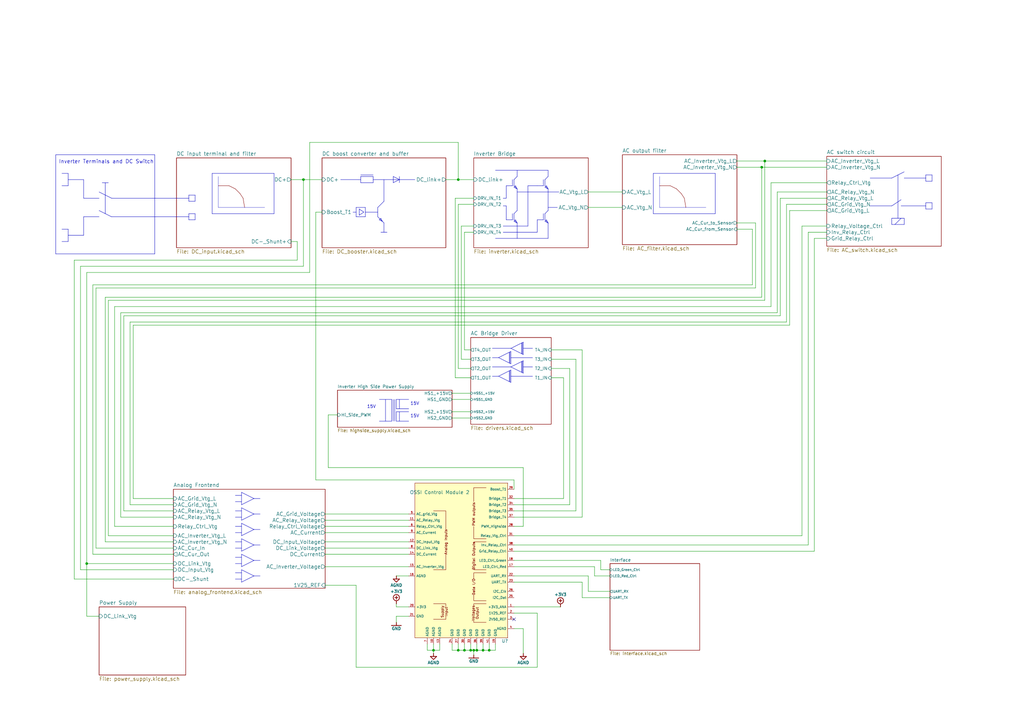
<source format=kicad_sch>
(kicad_sch (version 20230121) (generator eeschema)
  (paper "A3")
  (title_block (title "OSSI main circuit") (date "2016-03-04") (rev "0.1") (company "Open Source Solar Inverter Project"))
  (lib_symbols
    (symbol "OSSI_CM2:OSSI-CM2"
      (property "Reference" "U" (at 16.51 -33.02 0))
      (property "Value" "OSSI Control Module 2" (at -8.89 27.94 0))
      (symbol "OSSI-CM2_1_0"
        (pin power_out line (at -11.43 -34.29 90) (length 2.54) (name "AGND") (number "10"))
        (pin input line (at -21.59 16.51 0) (length 2.54) (name "AC_Relay_Vtg") (number "11"))
        (pin input line (at -21.59 7.62 0) (length 2.54) (name "DC_Input_Vtg") (number "12"))
        (pin power_out line (at -8.89 -34.29 90) (length 2.54) (name "AGND") (number "13"))
        (pin input line (at -21.59 2.54 0) (length 2.54) (name "DC_Current") (number "14"))
        (pin input line (at -21.59 -2.54 0) (length 2.54) (name "AC_Inverter_Vtg") (number "15"))
        (pin power_out line (at -21.59 -6.35 0) (length 2.54) (name "AGND") (number "16"))
        (pin output line (at 21.59 -2.54 180) (length 2.54) (name "LED_Ctrl_Red") (number "17"))
        (pin output line (at 21.59 0 180) (length 2.54) (name "LED_Ctrl_Green") (number "18"))
        (pin power_in line (at 13.97 -34.29 90) (length 2.54) (name "GND") (number "19"))
        (pin power_out line (at 21.59 -21.59 180) (length 2.54) (name "1V25_REF") (number "2"))
        (pin power_in line (at -21.59 -19.05 0) (length 2.54) (name "+3V3") (number "20"))
        (pin power_in line (at -21.59 -22.86 0) (length 2.54) (name "GND") (number "21"))
        (pin input line (at 21.59 -6.35 180) (length 2.54) (name "UART_RX") (number "22"))
        (pin output line (at 21.59 -8.89 180) (length 2.54) (name "UART_TX") (number "23"))
        (pin power_in line (at -3.81 -34.29 90) (length 2.54) (name "GND") (number "24"))
        (pin bidirectional line (at 21.59 -15.24 180) (length 2.54) (name "I2C_Dat") (number "25"))
        (pin output line (at 21.59 -12.7 180) (length 2.54) (name "I2C_Clk") (number "26"))
        (pin power_in line (at -1.27 -34.29 90) (length 2.54) (name "GND") (number "27"))
        (pin output line (at 21.59 13.97 180) (length 2.54) (name "PWM_Highside") (number "28"))
        (pin output line (at 21.59 29.21 180) (length 2.54) (name "Boost_T1") (number "29"))
        (pin power_out line (at 21.59 -24.13 180) (length 2.54) (name "2V50_REF") (number "3"))
        (pin power_in line (at 1.27 -34.29 90) (length 2.54) (name "GND") (number "30"))
        (pin output line (at 21.59 10.16 180) (length 2.54) (name "Relay_Vtg_Ctrl") (number "31"))
        (pin output line (at 21.59 25.4 180) (length 2.54) (name "Bridge_T1") (number "32"))
        (pin power_in line (at 3.81 -34.29 90) (length 2.54) (name "GND") (number "33"))
        (pin output line (at 21.59 22.86 180) (length 2.54) (name "Bridge_T2") (number "34"))
        (pin output line (at 21.59 20.32 180) (length 2.54) (name "Bridge_T3") (number "35"))
        (pin power_in line (at 6.35 -34.29 90) (length 2.54) (name "GND") (number "36"))
        (pin output line (at 21.59 17.78 180) (length 2.54) (name "Bridge_T4") (number "37"))
        (pin output line (at 21.59 6.35 180) (length 2.54) (name "Inv_Relay_Ctrl") (number "38"))
        (pin power_in line (at 8.89 -34.29 90) (length 2.54) (name "GND") (number "39"))
        (pin power_out line (at 21.59 -27.94 180) (length 2.54) (name "AGND") (number "4"))
        (pin output line (at 21.59 3.81 180) (length 2.54) (name "Grid_Relay_Ctrl") (number "40"))
        (pin power_out line (at 11.43 -34.29 90) (length 2.54) (name "GND") (number "41"))
        (pin input line (at -21.59 19.05 0) (length 2.54) (name "AC_grid_Vtg") (number "5"))
        (pin input line (at -21.59 13.97 0) (length 2.54) (name "Relay_Ctrl_Vtg") (number "6"))
        (pin power_out line (at -13.97 -34.29 90) (length 2.54) (name "AGND") (number "7"))
        (pin input line (at -21.59 5.08 0) (length 2.54) (name "DC_Link_Vtg") (number "8"))
        (pin input line (at -21.59 11.43 0) (length 2.54) (name "AC_Current") (number "9"))
      )
      (symbol "OSSI-CM2_1_1"
        (rectangle (start -19.05 31.75) (end 19.05 -31.75) (fill (type background)))
        (polyline (pts (xy -11.43 20.32) (xy -6.35 20.32) (xy -6.35 12.7)))
        (polyline (pts (xy -6.35 -22.86) (xy -6.35 -24.13) (xy -11.43 -24.13)))
        (polyline (pts (xy -6.35 -19.05) (xy -6.35 -17.78) (xy -11.43 -17.78)))
        (polyline (pts (xy -6.35 2.54) (xy -6.35 -3.81) (xy -11.43 -3.81)))
        (polyline (pts (xy 10.16 -25.4) (xy 5.08 -25.4) (xy 5.08 -24.765)))
        (polyline (pts (xy 10.16 -17.78) (xy 5.08 -17.78) (xy 5.08 -18.415)))
        (polyline (pts (xy 10.16 -16.51) (xy 5.08 -16.51) (xy 5.08 -13.97)))
        (polyline (pts (xy 10.16 -5.08) (xy 5.08 -5.08) (xy 5.08 -7.62)))
        (polyline (pts (xy 10.16 -3.81) (xy 5.08 -3.81) (xy 5.08 -3.175)))
        (polyline (pts (xy 10.16 7.62) (xy 5.08 7.62) (xy 5.08 6.985)))
        (polyline (pts (xy 10.16 8.89) (xy 5.08 8.89) (xy 5.08 13.97)))
        (polyline (pts (xy 10.16 29.845) (xy 5.08 29.845) (xy 5.08 24.13)))
        (text "Analog Inputs" (at -6.35 7.62 900) (effects (font (size 1 1))))
        (text "Data I/O" (at 5.08 -10.795 900) (effects (font (size 1 1))))
        (text "Digital Outputs" (at 5.08 1.905 900) (effects (font (size 1 1))))
        (text "PWM outputs" (at 5.08 19.05 900) (effects (font (size 1 1))))
        (text "Supply\nInput" (at -6.985 -20.955 900) (effects (font (size 1 1))))
        (text "Voltages\nOutput" (at 5.715 -21.59 900) (effects (font (size 1 1))))
        (pin power_out line (at 21.59 -19.05 180) (length 2.54) (name "+3V3_ANA") (number "1"))
      )
    )
    (symbol "OSSI_standard_components:+3V3" (power) (pin_names (offset 0))
      (property "Value" "+3V3" (at 0 5.08 0))
      (symbol "+3V3_1_0"
        (polyline (pts (xy -0.635 2.54) (xy 0.635 2.54)) (stroke (width 0.3048)))
        (polyline (pts (xy 0 1.27) (xy 0 0)) (stroke (width 0.3048)))
        (polyline (pts (xy 0 3.175) (xy 0 1.905)) (stroke (width 0.3048)))
        (circle (center 0 2.54) (radius 1.27) (stroke (width 0.3048)))
        (pin power_in line (at 0 0 90) (length 0) hide (name "+3V3") (number "1"))
      )
    )
    (symbol "OSSI_standard_components:+3V3_ANA" (power) (pin_names (offset 0))
      (property "Value" "+3V3_ANA" (at 0 5.08 0))
      (symbol "+3V3_ANA_1_0"
        (polyline (pts (xy -0.635 2.54) (xy 0.635 2.54)) (stroke (width 0.3048)))
        (polyline (pts (xy 0 1.27) (xy 0 0)) (stroke (width 0.3048)))
        (polyline (pts (xy 0 3.175) (xy 0 1.905)) (stroke (width 0.3048)))
        (circle (center 0 2.54) (radius 1.27) (stroke (width 0.3048)))
        (pin power_in line (at 0 0 90) (length 0) hide (name "+3V3") (number "1"))
      )
    )
    (symbol "OSSI_standard_components:AGND" (power) (pin_names (offset 0))
      (property "Value" "AGND" (at 0 -3.81 0))
      (symbol "AGND_0_0"
        (polyline (pts (xy -1.27 -1.27) (xy 1.27 -1.27)) (stroke (width 0.3048)))
        (polyline (pts (xy 0 -1.27) (xy 0 0)) (stroke (width 0.3048)))
        (polyline (pts (xy 1.27 -1.27) (xy 0 -2.54) (xy -1.27 -1.27)) (stroke (width 0.3048)))
        (pin power_in line (at 0 0 270) (length 0) hide (name "AGND") (number "1"))
      )
    )
    (symbol "OSSI_standard_components:GND" (power) (pin_names (offset 0))
      (property "Value" "GND" (at 0 -2.54 0))
      (symbol "GND_0_0"
        (polyline (pts (xy -2.032 -1.27) (xy 2.032 -1.27)) (stroke (width 0.3048)))
        (polyline (pts (xy 0 -1.27) (xy 0 0)) (stroke (width 0.3048)))
        (pin power_in line (at 0 0 270) (length 0) hide (name "GND") (number "1"))
      )
    )
  )
  (junction (at 187.96 266.7))
  (junction (at 187.96 73.66))
  (junction (at 124.46 73.66))
  (junction (at 195.58 266.7))
  (junction (at 190.5 266.7))
  (junction (at 177.8 266.7))
  (junction (at 200.66 266.7))
  (junction (at 194.31 266.7))
  (junction (at 35.56 231.14))
  (junction (at 312.42 68.58))
  (junction (at 198.12 266.7))
  (junction (at 313.69 66.04))
  (junction (at 193.04 266.7))
  (no_connect (at 210.82 254))
  (polyline (pts (xy 204.47 146.685) (xy 209.55 149.225)) (stroke (width 0) (type solid)))
  (polyline (pts (xy 204.47 154.305) (xy 201.93 154.305)) (stroke (width 0) (type solid)))
  (polyline (pts (xy 93.98 76.2) (xy 96.52 77.47)) (stroke (width 0) (color 132 0 0 1)))
  (wire (pts (xy 220.345 251.46) (xy 210.82 251.46)))
  (wire (pts (xy 127 58.42) (xy 127 111.76)))
  (wire (pts (xy 50.8 209.55) (xy 71.12 209.55)))
  (polyline (pts (xy 99.695 81.28) (xy 100.33 85.09)) (stroke (width 0) (color 132 0 0 1)))
  (polyline (pts (xy 163.83 72.39) (xy 163.83 74.93)) (stroke (width 0) (type solid)))
  (polyline (pts (xy 40.64 78.74) (xy 45.72 81.28)))
  (polyline (pts (xy 223.52 90.17) (xy 224.79 91.44)) (stroke (width 0) (type solid)))
  (polyline (pts (xy 206.375 95.25) (xy 220.345 95.25)))
  (polyline (pts (xy 40.64 86.36) (xy 45.72 88.9)))
  (polyline (pts (xy 209.55 151.765) (xy 204.47 154.305)) (stroke (width 0) (type solid)))
  (wire (pts (xy 33.02 233.68) (xy 33.02 109.22)))
  (polyline (pts (xy 267.97 87.63) (xy 267.97 71.12)) (stroke (width 0) (type solid)))
  (polyline (pts (xy 112.395 71.12) (xy 112.395 87.63)) (stroke (width 0) (type solid)))
  (polyline (pts (xy 370.84 73.025) (xy 379.73 73.025)))
  (polyline (pts (xy 96.52 77.47) (xy 98.425 79.375)) (stroke (width 0) (color 132 0 0 1)))
  (polyline (pts (xy 280.67 81.28) (xy 281.305 85.09)) (stroke (width 0) (color 132 0 0 1)))
  (polyline (pts (xy 104.14 223.52) (xy 106.68 223.52)) (stroke (width 0) (type solid)))
  (polyline (pts (xy 98.425 79.375) (xy 99.695 81.28)) (stroke (width 0) (color 132 0 0 1)))
  (wire (pts (xy 238.76 245.11) (xy 250.19 245.11)))
  (wire (pts (xy 49.53 212.09) (xy 71.12 212.09)))
  (wire (pts (xy 35.56 111.76) (xy 35.56 231.14)))
  (polyline (pts (xy 160.655 163.83) (xy 160.655 172.72)) (stroke (width 0) (type solid)))
  (polyline (pts (xy 222.885 90.17) (xy 220.345 90.17)) (stroke (width 0) (type solid)))
  (wire (pts (xy 162.56 247.65) (xy 162.56 248.92)))
  (polyline (pts (xy 356.87 84.455) (xy 365.76 84.455)))
  (polyline (pts (xy 209.169 152.019) (xy 209.169 156.591)) (stroke (width 0) (type solid)))
  (polyline (pts (xy 27.94 99.06) (xy 25.4 99.06)))
  (wire (pts (xy 236.22 209.55) (xy 236.22 147.32)))
  (wire (pts (xy 320.04 81.28) (xy 320.04 129.54)))
  (wire (pts (xy 38.1 227.33) (xy 71.12 227.33)))
  (wire (pts (xy 133.35 232.41) (xy 167.64 232.41)))
  (polyline (pts (xy 34.29 88.9) (xy 40.64 88.9)))
  (polyline (pts (xy 379.73 74.295) (xy 382.27 74.295)))
  (wire (pts (xy 190.5 143.51) (xy 193.04 143.51)))
  (polyline (pts (xy 45.72 88.9) (xy 77.47 88.9)))
  (wire (pts (xy 44.45 123.19) (xy 313.69 123.19)))
  (wire (pts (xy 187.96 73.66) (xy 194.31 73.66)))
  (wire (pts (xy 320.04 129.54) (xy 50.8 129.54)))
  (polyline (pts (xy 162.56 163.83) (xy 167.64 163.83)) (stroke (width 0) (type solid)))
  (polyline (pts (xy 210.82 90.805) (xy 211.455 90.17)) (stroke (width 0) (type solid)))
  (polyline (pts (xy 99.06 203.2) (xy 96.52 203.2)) (stroke (width 0) (type solid)))
  (wire (pts (xy 255.27 85.09) (xy 241.3 85.09)))
  (wire (pts (xy 210.82 226.06) (xy 334.01 226.06)))
  (polyline (pts (xy 99.06 228.6) (xy 96.52 228.6)) (stroke (width 0) (type solid)))
  (polyline (pts (xy 212.09 72.39) (xy 212.09 69.85)) (stroke (width 0) (type solid)))
  (polyline (pts (xy 214.249 140.589) (xy 214.249 145.161)) (stroke (width 0) (type solid)))
  (wire (pts (xy 302.26 91.44) (xy 309.88 91.44)))
  (polyline (pts (xy 99.06 207.01) (xy 99.06 201.93)) (stroke (width 0) (type solid)))
  (polyline (pts (xy 223.52 73.66) (xy 223.52 76.2)) (stroke (width 0) (type solid)))
  (wire (pts (xy 134.62 191.77) (xy 214.63 191.77)))
  (wire (pts (xy 210.82 219.71) (xy 328.93 219.71)))
  (polyline (pts (xy 368.3 71.755) (xy 368.3 89.535)))
  (wire (pts (xy 308.61 116.84) (xy 38.1 116.84)))
  (polyline (pts (xy 209.55 144.145) (xy 204.47 146.685)) (stroke (width 0) (type solid)))
  (wire (pts (xy 187.96 58.42) (xy 127 58.42)))
  (wire (pts (xy 193.04 264.16) (xy 193.04 266.7)))
  (polyline (pts (xy 99.06 224.79) (xy 96.52 224.79)) (stroke (width 0) (type solid)))
  (polyline (pts (xy 382.27 71.755) (xy 379.73 71.755)))
  (wire (pts (xy 236.22 147.32) (xy 226.06 147.32)))
  (polyline (pts (xy 104.14 223.52) (xy 99.06 226.06)) (stroke (width 0) (type solid)))
  (wire (pts (xy 241.3 236.22) (xy 210.82 236.22)))
  (polyline (pts (xy 43.18 87.63) (xy 43.18 74.93)))
  (wire (pts (xy 322.58 83.82) (xy 322.58 132.08)))
  (polyline (pts (xy 157.48 82.55) (xy 154.94 85.09)) (stroke (width 0) (type solid)))
  (wire (pts (xy 203.2 266.7) (xy 203.2 264.16)))
  (polyline (pts (xy 112.395 87.63) (xy 86.995 87.63)) (stroke (width 0) (type solid)))
  (polyline (pts (xy 277.495 77.47) (xy 279.4 79.375)) (stroke (width 0) (color 132 0 0 1)))
  (polyline (pts (xy 27.94 73.66) (xy 34.29 73.66)))
  (wire (pts (xy 210.82 232.41) (xy 243.84 232.41)))
  (wire (pts (xy 54.61 204.47) (xy 71.12 204.47)))
  (polyline (pts (xy 99.06 220.98) (xy 104.14 223.52)) (stroke (width 0) (type solid)))
  (polyline (pts (xy 155.575 90.17) (xy 156.21 89.535)) (stroke (width 0) (type solid)))
  (polyline (pts (xy 212.09 91.44) (xy 212.09 97.79)) (stroke (width 0) (type solid)))
  (polyline (pts (xy 224.79 91.44) (xy 224.79 97.79)) (stroke (width 0) (type solid)))
  (wire (pts (xy 30.48 106.68) (xy 121.92 106.68)))
  (wire (pts (xy 198.12 264.16) (xy 198.12 266.7)))
  (polyline (pts (xy 104.14 229.87) (xy 106.68 229.87)) (stroke (width 0) (type solid)))
  (wire (pts (xy 43.18 121.92) (xy 43.18 222.25)))
  (wire (pts (xy 129.54 196.85) (xy 210.82 196.85)))
  (wire (pts (xy 302.26 66.04) (xy 313.69 66.04)))
  (wire (pts (xy 302.26 68.58) (xy 312.42 68.58)))
  (polyline (pts (xy 212.09 77.47) (xy 210.82 76.835)) (stroke (width 0) (type solid)))
  (wire (pts (xy 210.82 248.92) (xy 229.87 248.92)))
  (polyline (pts (xy 104.14 217.17) (xy 106.68 217.17)) (stroke (width 0) (type solid)))
  (polyline (pts (xy 212.09 78.74) (xy 229.235 78.74)) (stroke (width 0) (type solid)))
  (wire (pts (xy 200.66 264.16) (xy 200.66 266.7)))
  (wire (pts (xy 190.5 95.25) (xy 194.31 95.25)))
  (polyline (pts (xy 356.87 73.025) (xy 365.76 73.025)))
  (wire (pts (xy 54.61 133.35) (xy 54.61 204.47)))
  (wire (pts (xy 180.34 266.7) (xy 180.34 264.16)))
  (wire (pts (xy 119.38 73.66) (xy 124.46 73.66)))
  (polyline (pts (xy 86.995 87.63) (xy 86.995 71.12)) (stroke (width 0) (type solid)))
  (wire (pts (xy 162.56 252.73) (xy 162.56 255.27)))
  (polyline (pts (xy 99.06 213.36) (xy 99.06 208.28)) (stroke (width 0) (type solid)))
  (polyline (pts (xy 99.06 227.33) (xy 104.14 229.87)) (stroke (width 0) (type solid)))
  (polyline (pts (xy 153.035 72.39) (xy 153.035 74.93)) (stroke (width 0) (type solid)))
  (wire (pts (xy 53.34 132.08) (xy 53.34 207.01)))
  (polyline (pts (xy 77.47 80.01) (xy 80.01 80.01)) (stroke (width 0) (type solid)))
  (polyline (pts (xy 223.52 90.805) (xy 224.155 90.17)) (stroke (width 0) (type solid)))
  (polyline (pts (xy 365.76 84.455) (xy 369.57 81.915)))
  (wire (pts (xy 121.92 106.68) (xy 121.92 99.06)))
  (polyline (pts (xy 163.83 172.72) (xy 163.83 168.91)) (stroke (width 0) (type solid)))
  (polyline (pts (xy 99.06 222.25) (xy 96.52 222.25)) (stroke (width 0) (type solid)))
  (wire (pts (xy 220.345 273.685) (xy 146.05 273.685)))
  (polyline (pts (xy 210.82 73.66) (xy 212.09 72.39)) (stroke (width 0) (type solid)))
  (polyline (pts (xy 212.09 91.44) (xy 210.82 90.805)) (stroke (width 0) (type solid)))
  (polyline (pts (xy 45.72 81.28) (xy 77.47 81.28)))
  (wire (pts (xy 214.63 215.9) (xy 214.63 191.77)))
  (wire (pts (xy 200.66 266.7) (xy 203.2 266.7)))
  (polyline (pts (xy 80.01 80.01) (xy 80.01 82.55)) (stroke (width 0) (type solid)))
  (wire (pts (xy 43.18 222.25) (xy 71.12 222.25)))
  (wire (pts (xy 331.47 95.25) (xy 331.47 223.52)))
  (polyline (pts (xy 216.535 76.2) (xy 220.345 76.2)))
  (polyline (pts (xy 211.455 76.2) (xy 212.09 77.47)) (stroke (width 0) (type solid)))
  (polyline (pts (xy 210.82 76.2) (xy 212.09 77.47)) (stroke (width 0) (type solid)))
  (polyline (pts (xy 216.535 92.71) (xy 216.535 76.2)))
  (polyline (pts (xy 161.29 74.93) (xy 163.83 73.66)) (stroke (width 0) (type solid)))
  (polyline (pts (xy 223.52 76.2) (xy 224.79 77.47)) (stroke (width 0) (type solid)))
  (polyline (pts (xy 104.14 236.22) (xy 106.68 236.22)) (stroke (width 0) (type solid)))
  (wire (pts (xy 167.64 252.73) (xy 162.56 252.73)))
  (wire (pts (xy 35.56 231.14) (xy 71.12 231.14)))
  (polyline (pts (xy 77.47 90.17) (xy 80.01 90.17)) (stroke (width 0) (type solid)))
  (polyline (pts (xy 379.73 83.185) (xy 379.73 85.725)))
  (polyline (pts (xy 89.535 85.09) (xy 108.585 85.09)) (stroke (width 0.1016) (type solid)))
  (polyline (pts (xy 223.52 73.66) (xy 224.79 72.39)) (stroke (width 0) (type solid)))
  (wire (pts (xy 46.99 215.9) (xy 71.12 215.9)))
  (wire (pts (xy 35.56 231.14) (xy 35.56 252.73)))
  (polyline (pts (xy 210.185 90.17) (xy 207.645 90.17)) (stroke (width 0) (type solid)))
  (polyline (pts (xy 270.51 72.39) (xy 270.51 85.09)) (stroke (width 0.1016) (type solid)))
  (polyline (pts (xy 155.575 163.83) (xy 160.655 163.83)) (stroke (width 0) (type solid)))
  (polyline (pts (xy 224.79 77.47) (xy 223.52 76.835)) (stroke (width 0) (type solid)))
  (wire (pts (xy 190.5 264.16) (xy 190.5 266.7)))
  (polyline (pts (xy 147.955 72.39) (xy 153.035 72.39)) (stroke (width 0) (type solid)))
  (wire (pts (xy 302.26 93.98) (xy 308.61 93.98)))
  (polyline (pts (xy 382.27 83.185) (xy 379.73 83.185)))
  (polyline (pts (xy 369.57 84.455) (xy 379.73 84.455)))
  (wire (pts (xy 185.42 266.7) (xy 187.96 266.7)))
  (polyline (pts (xy 77.47 82.55) (xy 77.47 80.01)) (stroke (width 0) (type solid)))
  (polyline (pts (xy 163.83 167.64) (xy 163.83 163.83)) (stroke (width 0) (type solid)))
  (polyline (pts (xy 214.63 140.335) (xy 209.55 142.875)) (stroke (width 0) (type solid)))
  (wire (pts (xy 30.48 237.49) (xy 30.48 106.68)))
  (wire (pts (xy 177.8 266.7) (xy 177.8 267.97)))
  (polyline (pts (xy 146.05 85.09) (xy 146.05 88.9)) (stroke (width 0) (type solid)))
  (polyline (pts (xy 104.14 210.82) (xy 106.68 210.82)) (stroke (width 0) (type solid)))
  (polyline (pts (xy 63.5 63.5) (xy 63.5 104.14)))
  (wire (pts (xy 134.62 170.18) (xy 138.43 170.18)))
  (polyline (pts (xy 212.09 86.36) (xy 210.82 87.63)) (stroke (width 0) (type solid)))
  (wire (pts (xy 210.82 223.52) (xy 331.47 223.52)))
  (wire (pts (xy 339.09 95.25) (xy 331.47 95.25)))
  (polyline (pts (xy 153.035 73.66) (xy 170.18 73.66)) (stroke (width 0) (type solid)))
  (wire (pts (xy 193.04 168.91) (xy 185.42 168.91)))
  (polyline (pts (xy 379.73 85.725) (xy 382.27 85.725)))
  (wire (pts (xy 238.76 143.51) (xy 226.06 143.51)))
  (polyline (pts (xy 224.79 77.47) (xy 224.79 86.36)) (stroke (width 0) (type solid)))
  (polyline (pts (xy 160.655 172.72) (xy 155.575 172.72)) (stroke (width 0) (type solid)))
  (polyline (pts (xy 209.55 149.225) (xy 209.55 144.145)) (stroke (width 0) (type solid)))
  (wire (pts (xy 339.09 78.74) (xy 318.77 78.74)))
  (polyline (pts (xy 154.94 86.995) (xy 149.86 86.995)) (stroke (width 0) (type solid)))
  (polyline (pts (xy 99.06 212.09) (xy 96.52 212.09)) (stroke (width 0) (type solid)))
  (polyline (pts (xy 207.645 76.2) (xy 207.645 81.28)))
  (wire (pts (xy 193.04 171.45) (xy 185.42 171.45)))
  (wire (pts (xy 309.88 118.11) (xy 39.37 118.11)))
  (polyline (pts (xy 99.06 214.63) (xy 104.14 217.17)) (stroke (width 0) (type solid)))
  (polyline (pts (xy 369.57 89.535) (xy 367.03 92.075)))
  (polyline (pts (xy 210.82 76.835) (xy 211.455 76.2)) (stroke (width 0) (type solid)))
  (wire (pts (xy 124.46 109.22) (xy 124.46 73.66)))
  (polyline (pts (xy 99.06 238.76) (xy 99.06 233.68)) (stroke (width 0) (type solid)))
  (polyline (pts (xy 41.91 74.93) (xy 44.45 74.93)))
  (wire (pts (xy 71.12 219.71) (xy 44.45 219.71)))
  (polyline (pts (xy 210.185 76.2) (xy 207.645 76.2)) (stroke (width 0) (type solid)))
  (polyline (pts (xy 144.78 86.995) (xy 146.05 86.995)) (stroke (width 0) (type solid)))
  (polyline (pts (xy 224.79 69.85) (xy 203.2 69.85)) (stroke (width 0) (type solid)))
  (polyline (pts (xy 293.37 71.12) (xy 293.37 87.63)) (stroke (width 0) (type solid)))
  (wire (pts (xy 316.23 74.93) (xy 339.09 74.93)))
  (polyline (pts (xy 222.885 90.17) (xy 222.885 87.63)) (stroke (width 0) (type solid)))
  (polyline (pts (xy 207.645 90.17) (xy 207.645 84.455)))
  (polyline (pts (xy 279.4 79.375) (xy 280.67 81.28)) (stroke (width 0) (color 132 0 0 1)))
  (wire (pts (xy 39.37 224.79) (xy 71.12 224.79)))
  (wire (pts (xy 243.84 232.41) (xy 243.84 236.22)))
  (polyline (pts (xy 210.185 87.63) (xy 210.185 90.17)) (stroke (width 0) (type solid)))
  (wire (pts (xy 339.09 83.82) (xy 322.58 83.82)))
  (wire (pts (xy 334.01 97.79) (xy 339.09 97.79)))
  (wire (pts (xy 121.92 99.06) (xy 119.38 99.06)))
  (polyline (pts (xy 206.375 92.71) (xy 216.535 92.71)))
  (polyline (pts (xy 27.94 93.98) (xy 27.94 99.06)))
  (polyline (pts (xy 209.55 154.305) (xy 218.44 154.305)) (stroke (width 0) (type solid)))
  (wire (pts (xy 133.35 222.25) (xy 167.64 222.25)))
  (polyline (pts (xy 214.63 145.415) (xy 214.63 140.335)) (stroke (width 0) (type solid)))
  (polyline (pts (xy 224.79 86.36) (xy 223.52 87.63)) (stroke (width 0) (type solid)))
  (wire (pts (xy 177.8 266.7) (xy 180.34 266.7)))
  (polyline (pts (xy 99.06 233.68) (xy 104.14 236.22)) (stroke (width 0) (type solid)))
  (polyline (pts (xy 207.645 81.28) (xy 206.375 81.28)))
  (polyline (pts (xy 162.56 168.91) (xy 167.64 168.91)) (stroke (width 0) (type solid)))
  (wire (pts (xy 318.77 78.74) (xy 318.77 128.27)))
  (wire (pts (xy 210.82 215.9) (xy 214.63 215.9)))
  (wire (pts (xy 133.35 240.03) (xy 146.05 240.03)))
  (wire (pts (xy 71.12 233.68) (xy 33.02 233.68)))
  (wire (pts (xy 71.12 237.49) (xy 30.48 237.49)))
  (wire (pts (xy 226.06 154.94) (xy 231.14 154.94)))
  (polyline (pts (xy 220.345 95.25) (xy 220.345 90.17)))
  (polyline (pts (xy 149.86 88.9) (xy 149.86 85.09)) (stroke (width 0) (type solid)))
  (wire (pts (xy 195.58 266.7) (xy 198.12 266.7)))
  (polyline (pts (xy 210.82 90.17) (xy 212.09 91.44)) (stroke (width 0) (type solid)))
  (polyline (pts (xy 365.76 92.075) (xy 365.76 89.535)))
  (polyline (pts (xy 224.79 85.09) (xy 228.6 85.09)) (stroke (width 0) (type solid)))
  (polyline (pts (xy 209.55 156.845) (xy 209.55 151.765)) (stroke (width 0) (type solid)))
  (wire (pts (xy 189.23 147.32) (xy 189.23 92.71)))
  (wire (pts (xy 238.76 238.76) (xy 238.76 245.11)))
  (polyline (pts (xy 156.21 95.25) (xy 158.75 95.25)) (stroke (width 0) (type solid)))
  (wire (pts (xy 339.09 86.36) (xy 323.85 86.36)))
  (wire (pts (xy 308.61 93.98) (xy 308.61 116.84)))
  (polyline (pts (xy 224.155 90.17) (xy 224.79 91.44)) (stroke (width 0) (type solid)))
  (wire (pts (xy 132.08 86.995) (xy 129.54 86.995)))
  (polyline (pts (xy 99.06 205.74) (xy 96.52 205.74)) (stroke (width 0) (type solid)))
  (polyline (pts (xy 89.535 76.2) (xy 93.98 76.2)) (stroke (width 0) (color 132 0 0 1)))
  (polyline (pts (xy 104.14 210.82) (xy 99.06 213.36)) (stroke (width 0) (type solid)))
  (polyline (pts (xy 382.27 85.725) (xy 382.27 83.185)))
  (wire (pts (xy 33.02 109.22) (xy 124.46 109.22)))
  (wire (pts (xy 210.82 207.01) (xy 233.68 207.01)))
  (polyline (pts (xy 382.27 74.295) (xy 382.27 71.755)))
  (polyline (pts (xy 25.4 93.98) (xy 27.94 93.98)))
  (polyline (pts (xy 27.94 96.52) (xy 34.29 96.52)))
  (wire (pts (xy 175.26 266.7) (xy 177.8 266.7)))
  (polyline (pts (xy 80.01 90.17) (xy 80.01 87.63)) (stroke (width 0) (type solid)))
  (wire (pts (xy 246.38 229.87) (xy 246.38 233.68)))
  (polyline (pts (xy 99.06 201.93) (xy 104.14 204.47)) (stroke (width 0) (type solid)))
  (wire (pts (xy 193.04 161.29) (xy 185.42 161.29)))
  (wire (pts (xy 243.84 236.22) (xy 250.19 236.22)))
  (wire (pts (xy 39.37 118.11) (xy 39.37 224.79)))
  (polyline (pts (xy 267.97 71.12) (xy 293.37 71.12)) (stroke (width 0) (type solid)))
  (wire (pts (xy 250.19 242.57) (xy 241.3 242.57)))
  (wire (pts (xy 162.56 236.22) (xy 167.64 236.22)))
  (polyline (pts (xy 204.47 154.305) (xy 209.55 156.845)) (stroke (width 0) (type solid)))
  (wire (pts (xy 182.88 73.66) (xy 187.96 73.66)))
  (polyline (pts (xy 370.84 89.535) (xy 370.84 92.075)))
  (wire (pts (xy 133.35 218.44) (xy 167.64 218.44)))
  (wire (pts (xy 134.62 191.77) (xy 134.62 170.18)))
  (polyline (pts (xy 158.115 172.72) (xy 158.115 163.83)) (stroke (width 0) (type solid)))
  (wire (pts (xy 316.23 74.93) (xy 316.23 125.73)))
  (wire (pts (xy 190.5 266.7) (xy 193.04 266.7)))
  (polyline (pts (xy 63.5 104.14) (xy 22.86 104.14)))
  (polyline (pts (xy 147.32 88.265) (xy 149.225 86.995)) (stroke (width 0) (type solid)))
  (polyline (pts (xy 212.09 77.47) (xy 212.09 86.36)) (stroke (width 0) (type solid)))
  (wire (pts (xy 189.23 92.71) (xy 194.31 92.71)))
  (wire (pts (xy 210.82 200.66) (xy 210.82 196.85)))
  (polyline (pts (xy 293.37 87.63) (xy 267.97 87.63)) (stroke (width 0) (type solid)))
  (polyline (pts (xy 162.56 163.83) (xy 162.56 167.64)) (stroke (width 0) (type solid)))
  (polyline (pts (xy 89.535 72.39) (xy 89.535 85.09)) (stroke (width 0.1016) (type solid)))
  (wire (pts (xy 198.12 266.7) (xy 200.66 266.7)))
  (polyline (pts (xy 379.73 71.755) (xy 379.73 74.295)))
  (polyline (pts (xy 224.79 97.79) (xy 203.2 97.79)) (stroke (width 0) (type solid)))
  (polyline (pts (xy 34.29 73.66) (xy 34.29 81.28)))
  (wire (pts (xy 194.31 266.7) (xy 194.31 268.605)))
  (wire (pts (xy 124.46 73.66) (xy 132.08 73.66)))
  (polyline (pts (xy 365.76 73.025) (xy 370.84 70.485)))
  (wire (pts (xy 195.58 264.16) (xy 195.58 266.7)))
  (wire (pts (xy 35.56 252.73) (xy 40.64 252.73)))
  (wire (pts (xy 255.27 78.74) (xy 241.3 78.74)))
  (polyline (pts (xy 270.51 85.09) (xy 289.56 85.09)) (stroke (width 0.1016) (type solid)))
  (polyline (pts (xy 162.56 172.72) (xy 167.64 172.72)) (stroke (width 0) (type solid)))
  (wire (pts (xy 187.96 73.66) (xy 187.96 58.42)))
  (wire (pts (xy 193.04 266.7) (xy 194.31 266.7)))
  (wire (pts (xy 46.99 125.73) (xy 46.99 215.9)))
  (polyline (pts (xy 99.06 208.28) (xy 104.14 210.82)) (stroke (width 0) (type solid)))
  (polyline (pts (xy 157.48 91.44) (xy 157.48 95.25)) (stroke (width 0) (type solid)))
  (polyline (pts (xy 224.155 76.2) (xy 224.79 77.47)) (stroke (width 0) (type solid)))
  (polyline (pts (xy 208.915 152.146) (xy 208.915 156.464)) (stroke (width 0) (type solid)))
  (wire (pts (xy 316.23 125.73) (xy 46.99 125.73)))
  (polyline (pts (xy 365.76 89.535) (xy 370.84 89.535)))
  (wire (pts (xy 323.85 133.35) (xy 54.61 133.35)))
  (wire (pts (xy 187.96 83.82) (xy 194.31 83.82)))
  (wire (pts (xy 328.93 92.71) (xy 339.09 92.71)))
  (polyline (pts (xy 209.55 142.875) (xy 214.63 145.415)) (stroke (width 0) (type solid)))
  (polyline (pts (xy 162.56 168.91) (xy 162.56 172.72)) (stroke (width 0) (type solid)))
  (wire (pts (xy 162.56 248.92) (xy 167.64 248.92)))
  (wire (pts (xy 129.54 86.995) (xy 129.54 196.85)))
  (polyline (pts (xy 22.86 104.14) (xy 22.86 63.5)))
  (wire (pts (xy 133.35 210.82) (xy 167.64 210.82)))
  (polyline (pts (xy 214.63 153.035) (xy 214.63 147.955)) (stroke (width 0) (type solid)))
  (polyline (pts (xy 80.01 82.55) (xy 77.47 82.55)) (stroke (width 0) (type solid)))
  (wire (pts (xy 309.88 91.44) (xy 309.88 118.11)))
  (polyline (pts (xy 207.645 84.455) (xy 206.375 84.455)))
  (polyline (pts (xy 224.79 91.44) (xy 223.52 90.805)) (stroke (width 0) (type solid)))
  (polyline (pts (xy 156.845 90.805) (xy 155.575 90.17)) (stroke (width 0) (type solid)))
  (polyline (pts (xy 34.29 81.28) (xy 40.64 81.28)))
  (polyline (pts (xy 99.06 232.41) (xy 99.06 227.33)) (stroke (width 0) (type solid)))
  (polyline (pts (xy 223.52 76.835) (xy 224.155 76.2)) (stroke (width 0) (type solid)))
  (wire (pts (xy 133.35 215.9) (xy 167.64 215.9)))
  (wire (pts (xy 187.96 151.13) (xy 193.04 151.13)))
  (polyline (pts (xy 161.29 72.39) (xy 161.29 74.93)) (stroke (width 0) (type solid)))
  (polyline (pts (xy 86.995 71.12) (xy 112.395 71.12)) (stroke (width 0) (type solid)))
  (polyline (pts (xy 154.94 85.09) (xy 154.94 88.9)) (stroke (width 0) (type solid)))
  (wire (pts (xy 38.1 116.84) (xy 38.1 227.33)))
  (wire (pts (xy 187.96 264.16) (xy 187.96 266.7)))
  (wire (pts (xy 220.345 273.685) (xy 220.345 251.46)))
  (polyline (pts (xy 214.63 142.875) (xy 218.44 142.875)) (stroke (width 0) (type solid)))
  (polyline (pts (xy 161.29 163.83) (xy 161.29 172.72)))
  (polyline (pts (xy 156.21 89.535) (xy 156.845 90.805)) (stroke (width 0) (type solid)))
  (polyline (pts (xy 222.885 76.2) (xy 220.345 76.2)) (stroke (width 0) (type solid)))
  (wire (pts (xy 133.35 227.33) (xy 167.64 227.33)))
  (wire (pts (xy 233.68 151.13) (xy 233.68 207.01)))
  (wire (pts (xy 210.82 209.55) (xy 236.22 209.55)))
  (polyline (pts (xy 99.06 231.14) (xy 96.52 231.14)) (stroke (width 0) (type solid)))
  (polyline (pts (xy 146.05 88.9) (xy 149.86 88.9)) (stroke (width 0) (type solid)))
  (polyline (pts (xy 211.455 90.17) (xy 212.09 91.44)) (stroke (width 0) (type solid)))
  (polyline (pts (xy 153.035 74.93) (xy 147.955 74.93)) (stroke (width 0) (type solid)))
  (wire (pts (xy 194.31 266.7) (xy 195.58 266.7)))
  (polyline (pts (xy 104.14 217.17) (xy 99.06 219.71)) (stroke (width 0) (type solid)))
  (wire (pts (xy 133.35 213.36) (xy 167.64 213.36)))
  (polyline (pts (xy 99.06 215.9) (xy 96.52 215.9)) (stroke (width 0) (type solid)))
  (polyline (pts (xy 210.185 73.66) (xy 210.185 76.2)) (stroke (width 0) (type solid)))
  (wire (pts (xy 323.85 86.36) (xy 323.85 133.35)))
  (polyline (pts (xy 25.4 71.12) (xy 27.94 71.12)))
  (polyline (pts (xy 208.915 144.526) (xy 208.915 148.844)) (stroke (width 0) (type solid)))
  (wire (pts (xy 210.82 238.76) (xy 238.76 238.76)))
  (wire (pts (xy 322.58 132.08) (xy 53.34 132.08)))
  (polyline (pts (xy 214.63 150.495) (xy 218.44 150.495)) (stroke (width 0) (type solid)))
  (polyline (pts (xy 157.48 73.66) (xy 157.48 82.55)) (stroke (width 0) (type solid)))
  (polyline (pts (xy 104.14 229.87) (xy 99.06 232.41)) (stroke (width 0) (type solid)))
  (polyline (pts (xy 163.83 73.66) (xy 161.29 72.39)) (stroke (width 0) (type solid)))
  (polyline (pts (xy 213.995 148.336) (xy 213.995 152.654)) (stroke (width 0) (type solid)))
  (wire (pts (xy 185.42 264.16) (xy 185.42 266.7)))
  (polyline (pts (xy 99.06 234.95) (xy 96.52 234.95)) (stroke (width 0) (type solid)))
  (polyline (pts (xy 99.06 237.49) (xy 96.52 237.49)) (stroke (width 0) (type solid)))
  (polyline (pts (xy 139.7 73.66) (xy 147.955 73.66)) (stroke (width 0) (type solid)))
  (wire (pts (xy 231.14 154.94) (xy 231.14 204.47)))
  (polyline (pts (xy 209.55 150.495) (xy 214.63 153.035)) (stroke (width 0) (type solid)))
  (polyline (pts (xy 99.06 209.55) (xy 96.52 209.55)) (stroke (width 0) (type solid)))
  (wire (pts (xy 246.38 233.68) (xy 250.19 233.68)))
  (polyline (pts (xy 204.47 146.685) (xy 201.93 146.685)) (stroke (width 0) (type solid)))
  (polyline (pts (xy 34.29 96.52) (xy 34.29 88.9)))
  (wire (pts (xy 214.63 257.81) (xy 214.63 267.97)))
  (polyline (pts (xy 209.169 144.399) (xy 209.169 148.971)) (stroke (width 0) (type solid)))
  (wire (pts (xy 334.01 97.79) (xy 334.01 226.06)))
  (wire (pts (xy 127 111.76) (xy 35.56 111.76)))
  (wire (pts (xy 44.45 219.71) (xy 44.45 123.19)))
  (polyline (pts (xy 223.52 87.63) (xy 223.52 90.17)) (stroke (width 0) (type solid)))
  (polyline (pts (xy 104.14 204.47) (xy 99.06 207.01)) (stroke (width 0) (type solid)))
  (wire (pts (xy 177.8 264.16) (xy 177.8 266.7)))
  (polyline (pts (xy 27.94 71.12) (xy 27.94 76.2)))
  (wire (pts (xy 186.69 154.94) (xy 186.69 81.28)))
  (wire (pts (xy 226.06 151.13) (xy 233.68 151.13)))
  (polyline (pts (xy 99.06 219.71) (xy 99.06 214.63)) (stroke (width 0) (type solid)))
  (wire (pts (xy 313.69 66.04) (xy 339.09 66.04)))
  (polyline (pts (xy 147.955 72.39) (xy 147.955 74.93)) (stroke (width 0) (type solid)))
  (wire (pts (xy 312.42 68.58) (xy 339.09 68.58)))
  (polyline (pts (xy 209.55 150.495) (xy 201.93 150.495)) (stroke (width 0) (type solid)))
  (polyline (pts (xy 210.82 87.63) (xy 210.82 90.17)) (stroke (width 0) (type solid)))
  (polyline (pts (xy 370.84 92.075) (xy 365.76 92.075)))
  (wire (pts (xy 312.42 121.92) (xy 43.18 121.92)))
  (wire (pts (xy 186.69 154.94) (xy 193.04 154.94)))
  (wire (pts (xy 50.8 129.54) (xy 50.8 209.55)))
  (polyline (pts (xy 77.47 87.63) (xy 77.47 90.17)) (stroke (width 0) (type solid)))
  (polyline (pts (xy 224.79 72.39) (xy 224.79 69.85)) (stroke (width 0) (type solid)))
  (polyline (pts (xy 22.86 63.5) (xy 63.5 63.5)))
  (wire (pts (xy 214.63 257.81) (xy 210.82 257.81)))
  (wire (pts (xy 328.93 219.71) (xy 328.93 92.71)))
  (polyline (pts (xy 147.955 71.755) (xy 153.035 71.755)) (stroke (width 0) (type solid)))
  (wire (pts (xy 339.09 81.28) (xy 320.04 81.28)))
  (polyline (pts (xy 149.225 86.995) (xy 147.32 85.725)) (stroke (width 0) (type solid)))
  (polyline (pts (xy 209.55 142.875) (xy 201.93 142.875)) (stroke (width 0) (type solid)))
  (polyline (pts (xy 99.06 218.44) (xy 96.52 218.44)) (stroke (width 0) (type solid)))
  (polyline (pts (xy 99.06 226.06) (xy 99.06 220.98)) (stroke (width 0) (type solid)))
  (wire (pts (xy 210.82 229.87) (xy 246.38 229.87)))
  (wire (pts (xy 186.69 81.28) (xy 194.31 81.28)))
  (wire (pts (xy 175.26 264.16) (xy 175.26 266.7)))
  (wire (pts (xy 53.34 207.01) (xy 71.12 207.01)))
  (polyline (pts (xy 209.55 146.685) (xy 218.44 146.685)) (stroke (width 0) (type solid)))
  (polyline (pts (xy 147.32 85.725) (xy 147.32 88.265)) (stroke (width 0) (type solid)))
  (polyline (pts (xy 154.94 88.9) (xy 157.48 91.44)) (stroke (width 0) (type solid)))
  (wire (pts (xy 312.42 68.58) (xy 312.42 121.92)))
  (polyline (pts (xy 104.14 204.47) (xy 106.68 204.47)) (stroke (width 0) (type solid)))
  (wire (pts (xy 238.76 212.09) (xy 238.76 143.51)))
  (wire (pts (xy 193.04 163.83) (xy 185.42 163.83)))
  (polyline (pts (xy 222.885 73.66) (xy 222.885 76.2)) (stroke (width 0) (type solid)))
  (polyline (pts (xy 161.925 163.83) (xy 161.925 172.72)))
  (polyline (pts (xy 274.955 76.2) (xy 277.495 77.47)) (stroke (width 0) (color 132 0 0 1)))
  (polyline (pts (xy 162.56 167.64) (xy 167.64 167.64)) (stroke (width 0) (type solid)))
  (wire (pts (xy 190.5 143.51) (xy 190.5 95.25)))
  (wire (pts (xy 210.82 212.09) (xy 238.76 212.09)))
  (polyline (pts (xy 104.14 236.22) (xy 99.06 238.76)) (stroke (width 0) (type solid)))
  (polyline (pts (xy 213.995 140.716) (xy 213.995 145.034)) (stroke (width 0) (type solid)))
  (wire (pts (xy 318.77 128.27) (xy 49.53 128.27)))
  (polyline (pts (xy 210.82 73.66) (xy 210.82 76.2)) (stroke (width 0) (type solid)))
  (wire (pts (xy 146.05 273.685) (xy 146.05 240.03)))
  (polyline (pts (xy 270.51 76.2) (xy 274.955 76.2)) (stroke (width 0) (color 132 0 0 1)))
  (wire (pts (xy 187.96 266.7) (xy 190.5 266.7)))
  (wire (pts (xy 187.96 151.13) (xy 187.96 83.82)))
  (wire (pts (xy 241.3 242.57) (xy 241.3 236.22)))
  (polyline (pts (xy 214.63 147.955) (xy 209.55 150.495)) (stroke (width 0) (type solid)))
  (wire (pts (xy 189.23 147.32) (xy 193.04 147.32)))
  (polyline (pts (xy 214.249 148.209) (xy 214.249 152.781)) (stroke (width 0) (type solid)))
  (polyline (pts (xy 149.86 85.09) (xy 146.05 85.09)) (stroke (width 0) (type solid)))
  (wire (pts (xy 49.53 128.27) (xy 49.53 212.09)))
  (polyline (pts (xy 27.94 76.2) (xy 25.4 76.2)))
  (wire (pts (xy 313.69 123.19) (xy 313.69 66.04)))
  (polyline (pts (xy 80.01 87.63) (xy 77.47 87.63)) (stroke (width 0) (type solid)))
  (wire (pts (xy 210.82 204.47) (xy 231.14 204.47)))
  (wire (pts (xy 133.35 224.79) (xy 167.64 224.79)))
  (text "Inverter Terminals and DC Switch" (at 24.13 67.31 0) (effects (font (size 1.524 1.524)) (justify left bottom)))
  (text "15V" (at 168.275 171.45 0) (effects (font (size 1.27 1.27)) (justify left bottom)))
  (text "15V" (at 168.275 166.37 0) (effects (font (size 1.27 1.27)) (justify left bottom)))
  (text "15V\n" (at 150.495 167.64 0) (effects (font (size 1.27 1.27)) (justify left bottom)))
  (symbol (lib_id "OSSI_standard_components:+3V3_ANA") (at 229.87 248.92 0) (unit 1)
    (property "Reference" "#+3V3_ANA0105" (effects hide))
    (property "Value" "+3V3_ANA" (at 229.87 243.84 0) (effects (font (size 1.1938 1.1938) bold)))
  )
  (symbol (lib_id "OSSI_standard_components:+3V3") (at 162.56 247.65 0) (unit 1)
    (property "Reference" "#+3V0101" (effects hide))
    (property "Value" "+3V3" (at 162.56 242.57 0) (effects (font (size 1.1938 1.1938) bold)))
  )
  (symbol (lib_id "OSSI_standard_components:AGND") (at 177.8 267.97 0) (unit 1)
    (property "Reference" "#AGND0124" (effects hide))
    (property "Value" "AGND" (at 177.8 271.78 0) (effects (font (size 1.1938 1.1938) bold)))
  )
  (symbol (lib_id "OSSI_standard_components:AGND") (at 162.56 236.22 0) (unit 1)
    (property "Reference" "#AGND0126" (effects hide))
    (property "Value" "AGND" (at 162.56 240.03 0) (effects (font (size 1.1938 1.1938) bold)))
  )
  (symbol (lib_id "OSSI_standard_components:AGND") (at 214.63 267.97 0) (unit 1)
    (property "Reference" "#AGND0125" (effects hide))
    (property "Value" "AGND" (at 214.63 271.78 0) (effects (font (size 1.1938 1.1938) bold)))
  )
  (symbol (lib_id "OSSI_CM2:OSSI-CM2") (at 189.23 229.87 0) (unit 1)
    (property "Reference" "U?" (at 205.74 262.89 0) (effects (justify left)))
    (property "Value" "OSSI Control Module 2" (at 180.34 201.93 0) (effects (font (size 1.4 1.4))))
    (property "Footprint" "OSSI_CM:OSSI_CM" (effects hide))
  )
  (symbol (lib_id "OSSI_standard_components:GND") (at 162.56 255.27 0) (unit 1)
    (property "Reference" "#GND0126" (effects hide))
    (property "Value" "GND" (at 162.56 257.81 0) (effects (font (size 1.1938 1.1938) bold)))
  )
  (symbol (lib_id "OSSI_standard_components:GND") (at 194.31 268.605 0) (unit 1)
    (property "Reference" "#GND0125" (effects hide))
    (property "Value" "GND" (at 194.31 271.145 0) (effects (font (size 1.1938 1.1938) bold)))
  )
  (sheet (at 72.39 64.77) (size 46.99 36.83)
    (property "Sheetname" "DC input terminal and filter" (at 72.39 63.9314 0) (effects (font (size 1.524 1.524)) (justify left bottom)))
    (property "Sheetfile" "DC_input.kicad_sch" (at 72.39 102.2862 0) (effects (font (size 1.524 1.524)) (justify left top)))
    (pin "DC+" output (at 119.38 73.66 0) (effects (font (size 1.524 1.524))))
    (pin "DC-_Shunt+" input (at 119.38 99.06 0) (effects (font (size 1.524 1.524))))
  )
  (sheet (at 132.08 64.77) (size 50.8 36.83)
    (property "Sheetname" "DC boost converter and buffer" (at 132.08 63.9314 0) (effects (font (size 1.524 1.524)) (justify left bottom)))
    (property "Sheetfile" "DC_booster.kicad_sch" (at 132.08 102.2862 0) (effects (font (size 1.524 1.524)) (justify left top)))
    (pin "DC+" input (at 132.08 73.66 180) (effects (font (size 1.524 1.524))))
    (pin "DC_link+" output (at 182.88 73.66 0) (effects (font (size 1.524 1.524))))
    (pin "Boost_T1" input (at 132.08 86.995 180) (effects (font (size 1.524 1.524))))
  )
  (sheet (at 194.31 64.77) (size 46.99 36.83)
    (property "Sheetname" "Inverter Bridge" (at 194.31 63.9314 0) (effects (font (size 1.524 1.524)) (justify left bottom)))
    (property "Sheetfile" "inverter.kicad_sch" (at 194.31 102.2862 0) (effects (font (size 1.524 1.524)) (justify left top)))
    (pin "DC_link+" input (at 194.31 73.66 180) (effects (font (size 1.524 1.524))))
    (pin "AC_Vtg_L" output (at 241.3 78.74 0) (effects (font (size 1.524 1.524))))
    (pin "AC_Vtg_N" output (at 241.3 85.09 0) (effects (font (size 1.524 1.524))))
    (pin "DRV_IN_T1" input (at 194.31 81.28 180))
    (pin "DRV_IN_T2" input (at 194.31 83.82 180))
    (pin "DRV_IN_T3" input (at 194.31 92.71 180))
    (pin "DRV_IN_T4" input (at 194.31 95.25 180))
  )
  (sheet (at 255.27 63.5) (size 46.99 36.83)
    (property "Sheetname" "AC output filter" (at 255.27 62.6614 0) (effects (font (size 1.524 1.524)) (justify left bottom)))
    (property "Sheetfile" "AC_filter.kicad_sch" (at 255.27 101.0162 0) (effects (font (size 1.524 1.524)) (justify left top)))
    (pin "AC_Inverter_Vtg_N" output (at 302.26 68.58 0) (effects (font (size 1.524 1.524))))
    (pin "AC_Inverter_Vtg_L" output (at 302.26 66.04 0) (effects (font (size 1.524 1.524))))
    (pin "AC_Vtg_N" input (at 255.27 85.09 180) (effects (font (size 1.524 1.524))))
    (pin "AC_Vtg_L" input (at 255.27 78.74 180) (effects (font (size 1.524 1.524))))
    (pin "AC_Cur_from_Sensor" input (at 302.26 93.98 0))
    (pin "AC_Cur_to_Sensor" output (at 302.26 91.44 0))
  )
  (sheet (at 339.09 64.135) (size 46.99 36.83)
    (property "Sheetname" "AC switch circuit" (at 339.09 63.2964 0) (effects (font (size 1.524 1.524)) (justify left bottom)))
    (property "Sheetfile" "AC_switch.kicad_sch" (at 339.09 101.6512 0) (effects (font (size 1.524 1.524)) (justify left top)))
    (pin "Relay_Voltage_Ctrl" input (at 339.09 92.71 180) (effects (font (size 1.524 1.524))))
    (pin "Inv_Relay_Ctrl" input (at 339.09 95.25 180) (effects (font (size 1.524 1.524))))
    (pin "Grid_Relay_Ctrl" input (at 339.09 97.79 180) (effects (font (size 1.524 1.524))))
    (pin "Relay_Ctrl_Vtg" output (at 339.09 74.93 180) (effects (font (size 1.524 1.524))))
    (pin "AC_Grid_Vtg_L" output (at 339.09 86.36 180) (effects (font (size 1.524 1.524))))
    (pin "AC_Grid_Vtg_N" output (at 339.09 83.82 180) (effects (font (size 1.524 1.524))))
    (pin "AC_Relay_Vtg_L" output (at 339.09 81.28 180) (effects (font (size 1.524 1.524))))
    (pin "AC_Relay_Vtg_N" output (at 339.09 78.74 180) (effects (font (size 1.524 1.524))))
    (pin "AC_Inverter_Vtg_L" input (at 339.09 66.04 180) (effects (font (size 1.524 1.524))))
    (pin "AC_Inverter_Vtg_N" input (at 339.09 68.58 180) (effects (font (size 1.524 1.524))))
  )
  (sheet (at 193.04 138.43) (size 33.02 35.56)
    (property "Sheetname" "AC Bridge Driver " (at 193.04 137.5914 0) (effects (font (size 1.524 1.524)) (justify left bottom)))
    (property "Sheetfile" "drivers.kicad_sch" (at 193.04 174.6762 0) (effects (font (size 1.524 1.524)) (justify left top)))
    (pin "T1_IN" input (at 226.06 154.94 0))
    (pin "T2_IN" input (at 226.06 151.13 0))
    (pin "T3_IN" input (at 226.06 147.32 0))
    (pin "T4_IN" input (at 226.06 143.51 0))
    (pin "T1_OUT" output (at 193.04 154.94 180))
    (pin "T2_OUT" output (at 193.04 151.13 180))
    (pin "T3_OUT" output (at 193.04 147.32 180))
    (pin "T4_OUT" output (at 193.04 143.51 180))
    (pin "HSS2_GND" input (at 193.04 171.45 180) (effects (font (size 0.9906 0.9906))))
    (pin "HSS1_GND" input (at 193.04 163.83 180) (effects (font (size 0.9906 0.9906))))
    (pin "HSS1_+15V" input (at 193.04 161.29 180) (effects (font (size 0.9906 0.9906))))
    (pin "HSS2_+15V" input (at 193.04 168.91 180) (effects (font (size 0.9906 0.9906))))
  )
  (sheet (at 71.12 200.66) (size 62.23 40.64)
    (property "Sheetname" "Analog Frontend" (at 71.12 199.8214 0) (effects (font (size 1.524 1.524)) (justify left bottom)))
    (property "Sheetfile" "analog_frontend.kicad_sch" (at 71.12 241.9862 0) (effects (font (size 1.524 1.524)) (justify left top)))
    (pin "DC_Input_Voltage" output (at 133.35 222.25 0) (effects (font (size 1.524 1.524))))
    (pin "DC_Input_Vtg" input (at 71.12 233.68 180) (effects (font (size 1.524 1.524))))
    (pin "DC_Link_Voltage" output (at 133.35 224.79 0) (effects (font (size 1.524 1.524))))
    (pin "DC_Link_Vtg" input (at 71.12 231.14 180) (effects (font (size 1.524 1.524))))
    (pin "1V25_REF" input (at 133.35 240.03 0) (effects (font (size 1.524 1.524))))
    (pin "AC_Grid_Voltage" output (at 133.35 210.82 0) (effects (font (size 1.524 1.524))))
    (pin "AC_Grid_Vtg_L" input (at 71.12 204.47 180) (effects (font (size 1.524 1.524))))
    (pin "AC_Inverter_Voltage" output (at 133.35 232.41 0) (effects (font (size 1.524 1.524))))
    (pin "AC_Inverter_Vtg_L" input (at 71.12 219.71 180) (effects (font (size 1.524 1.524))))
    (pin "AC_Relay_Voltage" output (at 133.35 213.36 0) (effects (font (size 1.524 1.524))))
    (pin "AC_Relay_Vtg_L" input (at 71.12 209.55 180) (effects (font (size 1.524 1.524))))
    (pin "Relay_Ctrl_Voltage" output (at 133.35 215.9 0) (effects (font (size 1.524 1.524))))
    (pin "Relay_Ctrl_Vtg" input (at 71.12 215.9 180) (effects (font (size 1.524 1.524))))
    (pin "AC_Grid_Vtg_N" input (at 71.12 207.01 180) (effects (font (size 1.524 1.524))))
    (pin "AC_Inverter_Vtg_N" input (at 71.12 222.25 180) (effects (font (size 1.524 1.524))))
    (pin "AC_Relay_Vtg_N" input (at 71.12 212.09 180) (effects (font (size 1.524 1.524))))
    (pin "DC_Current" output (at 133.35 227.33 0) (effects (font (size 1.524 1.524))))
    (pin "DC-_Shunt" output (at 71.12 237.49 180) (effects (font (size 1.524 1.524))))
    (pin "AC_Cur_In" input (at 71.12 224.79 180) (effects (font (size 1.524 1.524))))
    (pin "AC_Cur_Out" output (at 71.12 227.33 180) (effects (font (size 1.524 1.524))))
    (pin "AC_Current" output (at 133.35 218.44 0) (effects (font (size 1.524 1.524))))
  )
  (sheet (at 40.64 248.92) (size 35.56 27.94)
    (property "Sheetname" "Power Supply" (at 40.64 248.0814 0) (effects (font (size 1.524 1.524)) (justify left bottom)))
    (property "Sheetfile" "power_supply.kicad_sch" (at 40.64 277.5462 0) (effects (font (size 1.524 1.524)) (justify left top)))
    (pin "DC_Link_Vtg" input (at 40.64 252.73 180) (effects (font (size 1.524 1.524))))
  )
  (sheet (at 138.43 160.02) (size 46.99 15.24)
    (property "Sheetname" "Inverter High Side Power Supply" (at 138.43 159.3084 0) (effects (justify left bottom)))
    (property "Sheetfile" "highside_supply.kicad_sch" (at 138.43 175.8446 0) (effects (justify left top)))
    (pin "HS1_+15V" output (at 185.42 161.29 0))
    (pin "HS2_+15V" output (at 185.42 168.91 0))
    (pin "HS1_GND" output (at 185.42 163.83 0))
    (pin "HS2_GND" output (at 185.42 171.45 0))
    (pin "Hi_Side_PWM" input (at 138.43 170.18 180))
  )
  (sheet (at 250.19 231.14) (size 36.83 35.56) (stroke (width 0.1524))
    (property "Sheetname" "Interface" (at 250.19 230.4284 0) (effects (justify left bottom)))
    (property "Sheetfile" "interface.kicad_sch" (at 250.19 267.2846 0) (effects (justify left top)))
    (pin "LED_Red_Ctrl" input (at 250.19 236.22 180) (effects (font (size 0.9906 0.9906))))
    (pin "UART_RX" output (at 250.19 242.57 180) (effects (font (size 0.9906 0.9906))))
    (pin "LED_Green_Ctrl" input (at 250.19 233.68 180) (effects (font (size 0.9906 0.9906))))
    (pin "UART_TX" input (at 250.19 245.11 180) (effects (font (size 0.9906 0.9906))))
  )
)
</source>
